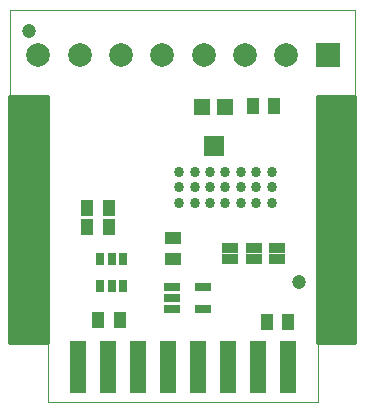
<source format=gbs>
G75*
%MOIN*%
%OFA0B0*%
%FSLAX25Y25*%
%IPPOS*%
%LPD*%
%AMOC8*
5,1,8,0,0,1.08239X$1,22.5*
%
%ADD10C,0.00000*%
%ADD11C,0.01181*%
%ADD12R,0.05800X0.17335*%
%ADD13R,0.03162X0.04343*%
%ADD14C,0.03378*%
%ADD15R,0.05800X0.03300*%
%ADD16R,0.06706X0.07099*%
%ADD17R,0.05524X0.05524*%
%ADD18R,0.03950X0.05524*%
%ADD19R,0.05524X0.02965*%
%ADD20R,0.05524X0.03950*%
%ADD21R,0.07887X0.07887*%
%ADD22C,0.07887*%
%ADD23C,0.04737*%
D10*
X0014071Y0001984D02*
X0014071Y0021669D01*
X0001591Y0021669D01*
X0001591Y0132693D01*
X0116551Y0132693D01*
X0116551Y0021669D01*
X0104071Y0021669D01*
X0104071Y0001984D01*
X0014071Y0001984D01*
D11*
X0014189Y0021669D02*
X0001591Y0021669D01*
X0001591Y0103559D01*
X0014189Y0103559D01*
X0014189Y0021669D01*
X0014189Y0022038D02*
X0001591Y0022038D01*
X0001591Y0023217D02*
X0014189Y0023217D01*
X0014189Y0024397D02*
X0001591Y0024397D01*
X0001591Y0025577D02*
X0014189Y0025577D01*
X0014189Y0026756D02*
X0001591Y0026756D01*
X0001591Y0027936D02*
X0014189Y0027936D01*
X0014189Y0029115D02*
X0001591Y0029115D01*
X0001591Y0030295D02*
X0014189Y0030295D01*
X0014189Y0031475D02*
X0001591Y0031475D01*
X0001591Y0032654D02*
X0014189Y0032654D01*
X0014189Y0033834D02*
X0001591Y0033834D01*
X0001591Y0035013D02*
X0014189Y0035013D01*
X0014189Y0036193D02*
X0001591Y0036193D01*
X0001591Y0037373D02*
X0014189Y0037373D01*
X0014189Y0038552D02*
X0001591Y0038552D01*
X0001591Y0039732D02*
X0014189Y0039732D01*
X0014189Y0040912D02*
X0001591Y0040912D01*
X0001591Y0042091D02*
X0014189Y0042091D01*
X0014189Y0043271D02*
X0001591Y0043271D01*
X0001591Y0044450D02*
X0014189Y0044450D01*
X0014189Y0045630D02*
X0001591Y0045630D01*
X0001591Y0046810D02*
X0014189Y0046810D01*
X0014189Y0047989D02*
X0001591Y0047989D01*
X0001591Y0049169D02*
X0014189Y0049169D01*
X0014189Y0050348D02*
X0001591Y0050348D01*
X0001591Y0051528D02*
X0014189Y0051528D01*
X0014189Y0052708D02*
X0001591Y0052708D01*
X0001591Y0053887D02*
X0014189Y0053887D01*
X0014189Y0055067D02*
X0001591Y0055067D01*
X0001591Y0056246D02*
X0014189Y0056246D01*
X0014189Y0057426D02*
X0001591Y0057426D01*
X0001591Y0058606D02*
X0014189Y0058606D01*
X0014189Y0059785D02*
X0001591Y0059785D01*
X0001591Y0060965D02*
X0014189Y0060965D01*
X0014189Y0062145D02*
X0001591Y0062145D01*
X0001591Y0063324D02*
X0014189Y0063324D01*
X0014189Y0064504D02*
X0001591Y0064504D01*
X0001591Y0065683D02*
X0014189Y0065683D01*
X0014189Y0066863D02*
X0001591Y0066863D01*
X0001591Y0068043D02*
X0014189Y0068043D01*
X0014189Y0069222D02*
X0001591Y0069222D01*
X0001591Y0070402D02*
X0014189Y0070402D01*
X0014189Y0071581D02*
X0001591Y0071581D01*
X0001591Y0072761D02*
X0014189Y0072761D01*
X0014189Y0073941D02*
X0001591Y0073941D01*
X0001591Y0075120D02*
X0014189Y0075120D01*
X0014189Y0076300D02*
X0001591Y0076300D01*
X0001591Y0077480D02*
X0014189Y0077480D01*
X0014189Y0078659D02*
X0001591Y0078659D01*
X0001591Y0079839D02*
X0014189Y0079839D01*
X0014189Y0081018D02*
X0001591Y0081018D01*
X0001591Y0082198D02*
X0014189Y0082198D01*
X0014189Y0083378D02*
X0001591Y0083378D01*
X0001591Y0084557D02*
X0014189Y0084557D01*
X0014189Y0085737D02*
X0001591Y0085737D01*
X0001591Y0086916D02*
X0014189Y0086916D01*
X0014189Y0088096D02*
X0001591Y0088096D01*
X0001591Y0089276D02*
X0014189Y0089276D01*
X0014189Y0090455D02*
X0001591Y0090455D01*
X0001591Y0091635D02*
X0014189Y0091635D01*
X0014189Y0092815D02*
X0001591Y0092815D01*
X0001591Y0093994D02*
X0014189Y0093994D01*
X0014189Y0095174D02*
X0001591Y0095174D01*
X0001591Y0096353D02*
X0014189Y0096353D01*
X0014189Y0097533D02*
X0001591Y0097533D01*
X0001591Y0098713D02*
X0014189Y0098713D01*
X0014189Y0099892D02*
X0001591Y0099892D01*
X0001591Y0101072D02*
X0014189Y0101072D01*
X0014189Y0102251D02*
X0001591Y0102251D01*
X0001591Y0103431D02*
X0014189Y0103431D01*
X0103953Y0103431D02*
X0116551Y0103431D01*
X0116551Y0103559D02*
X0116551Y0021669D01*
X0103953Y0021669D01*
X0103953Y0103559D01*
X0116551Y0103559D01*
X0116551Y0102251D02*
X0103953Y0102251D01*
X0103953Y0101072D02*
X0116551Y0101072D01*
X0116551Y0099892D02*
X0103953Y0099892D01*
X0103953Y0098713D02*
X0116551Y0098713D01*
X0116551Y0097533D02*
X0103953Y0097533D01*
X0103953Y0096353D02*
X0116551Y0096353D01*
X0116551Y0095174D02*
X0103953Y0095174D01*
X0103953Y0093994D02*
X0116551Y0093994D01*
X0116551Y0092815D02*
X0103953Y0092815D01*
X0103953Y0091635D02*
X0116551Y0091635D01*
X0116551Y0090455D02*
X0103953Y0090455D01*
X0103953Y0089276D02*
X0116551Y0089276D01*
X0116551Y0088096D02*
X0103953Y0088096D01*
X0103953Y0086916D02*
X0116551Y0086916D01*
X0116551Y0085737D02*
X0103953Y0085737D01*
X0103953Y0084557D02*
X0116551Y0084557D01*
X0116551Y0083378D02*
X0103953Y0083378D01*
X0103953Y0082198D02*
X0116551Y0082198D01*
X0116551Y0081018D02*
X0103953Y0081018D01*
X0103953Y0079839D02*
X0116551Y0079839D01*
X0116551Y0078659D02*
X0103953Y0078659D01*
X0103953Y0077480D02*
X0116551Y0077480D01*
X0116551Y0076300D02*
X0103953Y0076300D01*
X0103953Y0075120D02*
X0116551Y0075120D01*
X0116551Y0073941D02*
X0103953Y0073941D01*
X0103953Y0072761D02*
X0116551Y0072761D01*
X0116551Y0071581D02*
X0103953Y0071581D01*
X0103953Y0070402D02*
X0116551Y0070402D01*
X0116551Y0069222D02*
X0103953Y0069222D01*
X0103953Y0068043D02*
X0116551Y0068043D01*
X0116551Y0066863D02*
X0103953Y0066863D01*
X0103953Y0065683D02*
X0116551Y0065683D01*
X0116551Y0064504D02*
X0103953Y0064504D01*
X0103953Y0063324D02*
X0116551Y0063324D01*
X0116551Y0062145D02*
X0103953Y0062145D01*
X0103953Y0060965D02*
X0116551Y0060965D01*
X0116551Y0059785D02*
X0103953Y0059785D01*
X0103953Y0058606D02*
X0116551Y0058606D01*
X0116551Y0057426D02*
X0103953Y0057426D01*
X0103953Y0056246D02*
X0116551Y0056246D01*
X0116551Y0055067D02*
X0103953Y0055067D01*
X0103953Y0053887D02*
X0116551Y0053887D01*
X0116551Y0052708D02*
X0103953Y0052708D01*
X0103953Y0051528D02*
X0116551Y0051528D01*
X0116551Y0050348D02*
X0103953Y0050348D01*
X0103953Y0049169D02*
X0116551Y0049169D01*
X0116551Y0047989D02*
X0103953Y0047989D01*
X0103953Y0046810D02*
X0116551Y0046810D01*
X0116551Y0045630D02*
X0103953Y0045630D01*
X0103953Y0044450D02*
X0116551Y0044450D01*
X0116551Y0043271D02*
X0103953Y0043271D01*
X0103953Y0042091D02*
X0116551Y0042091D01*
X0116551Y0040912D02*
X0103953Y0040912D01*
X0103953Y0039732D02*
X0116551Y0039732D01*
X0116551Y0038552D02*
X0103953Y0038552D01*
X0103953Y0037373D02*
X0116551Y0037373D01*
X0116551Y0036193D02*
X0103953Y0036193D01*
X0103953Y0035013D02*
X0116551Y0035013D01*
X0116551Y0033834D02*
X0103953Y0033834D01*
X0103953Y0032654D02*
X0116551Y0032654D01*
X0116551Y0031475D02*
X0103953Y0031475D01*
X0103953Y0030295D02*
X0116551Y0030295D01*
X0116551Y0029115D02*
X0103953Y0029115D01*
X0103953Y0027936D02*
X0116551Y0027936D01*
X0116551Y0026756D02*
X0103953Y0026756D01*
X0103953Y0025577D02*
X0116551Y0025577D01*
X0116551Y0024397D02*
X0103953Y0024397D01*
X0103953Y0023217D02*
X0116551Y0023217D01*
X0116551Y0022038D02*
X0103953Y0022038D01*
D12*
X0094071Y0013717D03*
X0084071Y0013717D03*
X0074071Y0013717D03*
X0064071Y0013717D03*
X0054071Y0013717D03*
X0044071Y0013717D03*
X0034071Y0013717D03*
X0024071Y0013717D03*
D13*
X0031551Y0040764D03*
X0035291Y0040764D03*
X0039031Y0040764D03*
X0039031Y0049819D03*
X0035291Y0049819D03*
X0031551Y0049819D03*
D14*
X0057890Y0068520D03*
X0057890Y0073638D03*
X0063008Y0073638D03*
X0063008Y0068520D03*
X0068126Y0068520D03*
X0068126Y0073638D03*
X0068126Y0078756D03*
X0073244Y0078756D03*
X0073244Y0073638D03*
X0073244Y0068520D03*
X0078362Y0068520D03*
X0078362Y0073638D03*
X0078362Y0078756D03*
X0083480Y0078756D03*
X0083480Y0073638D03*
X0083480Y0068520D03*
X0088598Y0068520D03*
X0088598Y0073638D03*
X0088598Y0078756D03*
X0063008Y0078756D03*
X0057890Y0078756D03*
D15*
X0074819Y0053507D03*
X0074819Y0049674D03*
X0082693Y0049674D03*
X0082693Y0053507D03*
X0090567Y0053507D03*
X0090567Y0049674D03*
D16*
X0069307Y0087417D03*
D17*
X0065370Y0100508D03*
X0073244Y0100508D03*
D18*
X0082299Y0100803D03*
X0089386Y0100803D03*
X0034268Y0066551D03*
X0034268Y0060252D03*
X0027181Y0060252D03*
X0027181Y0066551D03*
X0030921Y0029543D03*
X0038008Y0029543D03*
X0087024Y0028756D03*
X0094110Y0028756D03*
D19*
X0065764Y0032890D03*
X0065764Y0040370D03*
X0055527Y0040370D03*
X0055527Y0036630D03*
X0055527Y0032890D03*
D20*
X0055921Y0049622D03*
X0055921Y0056709D03*
D21*
X0107299Y0117732D03*
D22*
X0093520Y0117732D03*
X0079740Y0117732D03*
X0065961Y0117732D03*
X0052181Y0117732D03*
X0038402Y0117732D03*
X0024622Y0117732D03*
X0010843Y0117732D03*
D23*
X0007890Y0125606D03*
X0097654Y0042142D03*
M02*

</source>
